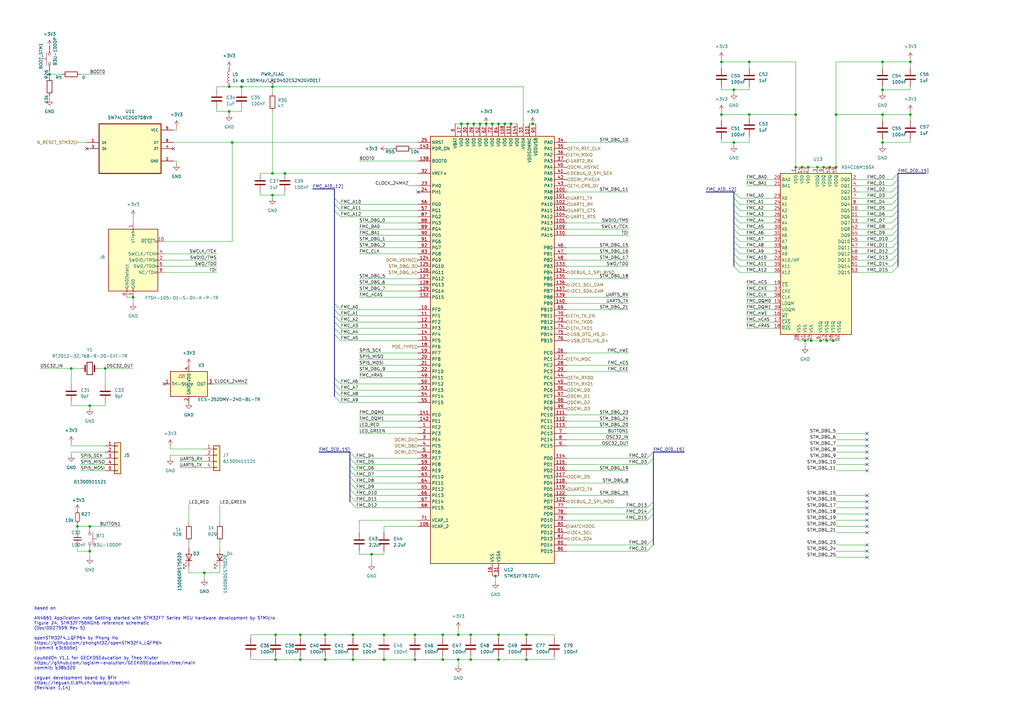
<source format=kicad_sch>
(kicad_sch (version 20231120) (generator "eeschema") (generator_version "8.0")
  (paper "A3")
  (junction (at 83.82 234.95))
  (junction (at 207.01 50.8))
  (junction (at 193.04 270.51))
  (junction (at 331.47 68.58))
  (junction (at 215.9 260.35))
  (junction (at 328.93 68.58))
  (junction (at 29.21 151.13))
  (junction (at 339.09 139.7))
  (junction (at 336.55 139.7))
  (junction (at 361.95 58.42))
  (junction (at 194.31 50.8))
  (junction (at 300.99 36.83))
  (junction (at 196.85 50.8))
  (junction (at 361.95 36.83))
  (junction (at 116.84 71.12))
  (junction (at 144.78 260.35))
  (junction (at 181.61 260.35))
  (junction (at 215.9 270.51))
  (junction (at 187.96 270.51))
  (junction (at 307.34 25.4))
  (junction (at 373.38 46.99))
  (junction (at 300.99 58.42))
  (junction (at 361.95 25.4))
  (junction (at 157.48 260.35))
  (junction (at 93.98 45.72))
  (junction (at 341.63 139.7))
  (junction (at 307.34 46.99))
  (junction (at 111.76 71.12))
  (junction (at 326.39 46.99))
  (junction (at 144.78 270.51))
  (junction (at 342.9 68.58))
  (junction (at 204.47 270.51))
  (junction (at 93.98 35.56))
  (junction (at 123.19 270.51))
  (junction (at 133.35 260.35))
  (junction (at 157.48 270.51))
  (junction (at 111.76 35.56))
  (junction (at 326.39 68.58))
  (junction (at 218.44 50.8))
  (junction (at 133.35 270.51))
  (junction (at 170.18 260.35))
  (junction (at 54.61 121.92))
  (junction (at 36.83 166.37))
  (junction (at 340.36 68.58))
  (junction (at 123.19 260.35))
  (junction (at 36.83 215.9))
  (junction (at 201.93 50.8))
  (junction (at 295.91 46.99))
  (junction (at 193.04 260.35))
  (junction (at 181.61 270.51))
  (junction (at 295.91 25.4))
  (junction (at 204.47 50.8))
  (junction (at 361.95 46.99))
  (junction (at 31.75 215.9))
  (junction (at 342.9 46.99))
  (junction (at 332.74 139.7))
  (junction (at 187.96 260.35))
  (junction (at 170.18 270.51))
  (junction (at 113.03 270.51))
  (junction (at 204.47 260.35))
  (junction (at 330.2 139.7))
  (junction (at 337.82 68.58))
  (junction (at 95.25 58.42))
  (junction (at 99.06 35.56))
  (junction (at 20.32 30.48))
  (junction (at 199.39 50.8))
  (junction (at 189.23 50.8))
  (junction (at 373.38 25.4))
  (junction (at 43.18 151.13))
  (junction (at 36.83 226.06))
  (junction (at 209.55 50.8))
  (junction (at 113.03 260.35))
  (junction (at 152.4 227.33))
  (junction (at 111.76 80.01))
  (junction (at 191.77 50.8))
  (junction (at 203.2 236.22))
  (junction (at 335.28 68.58))
  (no_connect (at 355.6 182.88))
  (no_connect (at 355.6 218.44))
  (no_connect (at 71.12 60.96))
  (no_connect (at 355.6 193.04))
  (no_connect (at 355.6 228.6))
  (no_connect (at 355.6 205.74))
  (no_connect (at 67.31 157.48))
  (no_connect (at 355.6 213.36))
  (no_connect (at 355.6 190.5))
  (no_connect (at 355.6 177.8))
  (no_connect (at 171.45 78.74))
  (no_connect (at 355.6 187.96))
  (no_connect (at 355.6 210.82))
  (no_connect (at 355.6 208.28))
  (no_connect (at 355.6 203.2))
  (no_connect (at 355.6 180.34))
  (no_connect (at 35.56 60.96))
  (no_connect (at 355.6 185.42))
  (no_connect (at 355.6 223.52))
  (no_connect (at 355.6 215.9))
  (no_connect (at 355.6 226.06))
  (bus_entry (at 368.3 71.12) (size -2.54 2.54))
  (bus_entry (at 137.16 81.28) (size 2.54 2.54))
  (bus_entry (at 368.3 99.06) (size -2.54 2.54))
  (bus_entry (at 300.99 91.44) (size 2.54 2.54))
  (bus_entry (at 300.99 101.6) (size 2.54 2.54))
  (bus_entry (at 143.51 185.42) (size 2.54 2.54))
  (bus_entry (at 143.51 200.66) (size 2.54 2.54))
  (bus_entry (at 265.43 226.06) (size 2.54 -2.54))
  (bus_entry (at 137.16 132.08) (size 2.54 2.54))
  (bus_entry (at 137.16 160.02) (size 2.54 2.54))
  (bus_entry (at 137.16 83.82) (size 2.54 2.54))
  (bus_entry (at 300.99 93.98) (size 2.54 2.54))
  (bus_entry (at 137.16 162.56) (size 2.54 2.54))
  (bus_entry (at 368.3 101.6) (size -2.54 2.54))
  (bus_entry (at 143.51 195.58) (size 2.54 2.54))
  (bus_entry (at 300.99 81.28) (size 2.54 2.54))
  (bus_entry (at 300.99 83.82) (size 2.54 2.54))
  (bus_entry (at 368.3 76.2) (size -2.54 2.54))
  (bus_entry (at 137.16 124.46) (size 2.54 2.54))
  (bus_entry (at 265.43 223.52) (size 2.54 -2.54))
  (bus_entry (at 300.99 78.74) (size 2.54 2.54))
  (bus_entry (at 300.99 99.06) (size 2.54 2.54))
  (bus_entry (at 300.99 88.9) (size 2.54 2.54))
  (bus_entry (at 368.3 91.44) (size -2.54 2.54))
  (bus_entry (at 137.16 154.94) (size 2.54 2.54))
  (bus_entry (at 265.43 208.28) (size 2.54 -2.54))
  (bus_entry (at 265.43 213.36) (size 2.54 -2.54))
  (bus_entry (at 265.43 210.82) (size 2.54 -2.54))
  (bus_entry (at 368.3 109.22) (size -2.54 2.54))
  (bus_entry (at 143.51 187.96) (size 2.54 2.54))
  (bus_entry (at 265.43 190.5) (size 2.54 -2.54))
  (bus_entry (at 368.3 93.98) (size -2.54 2.54))
  (bus_entry (at 137.16 137.16) (size 2.54 2.54))
  (bus_entry (at 137.16 127) (size 2.54 2.54))
  (bus_entry (at 143.51 203.2) (size 2.54 2.54))
  (bus_entry (at 368.3 104.14) (size -2.54 2.54))
  (bus_entry (at 368.3 106.68) (size -2.54 2.54))
  (bus_entry (at 368.3 96.52) (size -2.54 2.54))
  (bus_entry (at 137.16 157.48) (size 2.54 2.54))
  (bus_entry (at 143.51 205.74) (size 2.54 2.54))
  (bus_entry (at 143.51 190.5) (size 2.54 2.54))
  (bus_entry (at 368.3 86.36) (size -2.54 2.54))
  (bus_entry (at 368.3 81.28) (size -2.54 2.54))
  (bus_entry (at 137.16 129.54) (size 2.54 2.54))
  (bus_entry (at 368.3 73.66) (size -2.54 2.54))
  (bus_entry (at 300.99 104.14) (size 2.54 2.54))
  (bus_entry (at 265.43 187.96) (size 2.54 -2.54))
  (bus_entry (at 300.99 96.52) (size 2.54 2.54))
  (bus_entry (at 368.3 78.74) (size -2.54 2.54))
  (bus_entry (at 143.51 193.04) (size 2.54 2.54))
  (bus_entry (at 137.16 134.62) (size 2.54 2.54))
  (bus_entry (at 300.99 86.36) (size 2.54 2.54))
  (bus_entry (at 300.99 109.22) (size 2.54 2.54))
  (bus_entry (at 143.51 198.12) (size 2.54 2.54))
  (bus_entry (at 137.16 86.36) (size 2.54 2.54))
  (bus_entry (at 300.99 106.68) (size 2.54 2.54))
  (bus_entry (at 368.3 83.82) (size -2.54 2.54))
  (bus_entry (at 368.3 88.9) (size -2.54 2.54))
  (wire (pts (xy 54.61 121.92) (xy 54.61 124.46)))
  (wire (pts (xy 342.9 177.8) (xy 355.6 177.8)))
  (wire (pts (xy 214.63 35.56) (xy 214.63 50.8)))
  (wire (pts (xy 232.41 93.98) (xy 257.81 93.98)))
  (wire (pts (xy 326.39 46.99) (xy 326.39 68.58)))
  (wire (pts (xy 339.09 139.7) (xy 341.63 139.7)))
  (wire (pts (xy 111.76 71.12) (xy 116.84 71.12)))
  (wire (pts (xy 158.75 60.96) (xy 161.29 60.96)))
  (wire (pts (xy 147.32 147.32) (xy 171.45 147.32)))
  (bus (pts (xy 300.99 83.82) (xy 300.99 86.36)))
  (wire (pts (xy 232.41 104.14) (xy 257.81 104.14)))
  (wire (pts (xy 327.66 139.7) (xy 330.2 139.7)))
  (wire (pts (xy 201.93 50.8) (xy 204.47 50.8)))
  (wire (pts (xy 232.41 170.18) (xy 257.81 170.18)))
  (wire (pts (xy 147.32 91.44) (xy 171.45 91.44)))
  (wire (pts (xy 342.9 213.36) (xy 355.6 213.36)))
  (wire (pts (xy 232.41 223.52) (xy 265.43 223.52)))
  (wire (pts (xy 232.41 193.04) (xy 257.81 193.04)))
  (wire (pts (xy 113.03 260.35) (xy 123.19 260.35)))
  (wire (pts (xy 300.99 58.42) (xy 300.99 59.69)))
  (wire (pts (xy 232.41 187.96) (xy 265.43 187.96)))
  (wire (pts (xy 351.79 76.2) (xy 365.76 76.2)))
  (wire (pts (xy 69.85 184.15) (xy 83.82 184.15)))
  (wire (pts (xy 303.53 106.68) (xy 317.5 106.68)))
  (wire (pts (xy 146.05 187.96) (xy 171.45 187.96)))
  (wire (pts (xy 342.9 25.4) (xy 342.9 46.99)))
  (bus (pts (xy 300.99 101.6) (xy 300.99 104.14)))
  (wire (pts (xy 232.41 124.46) (xy 257.81 124.46)))
  (wire (pts (xy 111.76 35.56) (xy 111.76 38.1)))
  (wire (pts (xy 351.79 91.44) (xy 365.76 91.44)))
  (wire (pts (xy 146.05 205.74) (xy 171.45 205.74)))
  (bus (pts (xy 267.97 220.98) (xy 267.97 210.82)))
  (bus (pts (xy 300.99 81.28) (xy 300.99 83.82)))
  (bus (pts (xy 368.3 88.9) (xy 368.3 91.44)))
  (wire (pts (xy 123.19 270.51) (xy 123.19 269.24)))
  (wire (pts (xy 337.82 68.58) (xy 340.36 68.58)))
  (wire (pts (xy 123.19 270.51) (xy 133.35 270.51)))
  (wire (pts (xy 93.98 45.72) (xy 99.06 45.72)))
  (bus (pts (xy 143.51 203.2) (xy 143.51 200.66)))
  (wire (pts (xy 106.68 71.12) (xy 111.76 71.12)))
  (wire (pts (xy 111.76 80.01) (xy 116.84 80.01)))
  (bus (pts (xy 368.3 78.74) (xy 368.3 81.28)))
  (wire (pts (xy 342.9 180.34) (xy 355.6 180.34)))
  (bus (pts (xy 267.97 187.96) (xy 267.97 205.74)))
  (wire (pts (xy 307.34 46.99) (xy 326.39 46.99)))
  (bus (pts (xy 137.16 154.94) (xy 137.16 157.48)))
  (wire (pts (xy 303.53 109.22) (xy 317.5 109.22)))
  (bus (pts (xy 368.3 86.36) (xy 368.3 88.9)))
  (wire (pts (xy 204.47 260.35) (xy 215.9 260.35)))
  (wire (pts (xy 139.7 165.1) (xy 171.45 165.1)))
  (wire (pts (xy 147.32 170.18) (xy 171.45 170.18)))
  (wire (pts (xy 90.17 234.95) (xy 83.82 234.95)))
  (wire (pts (xy 232.41 172.72) (xy 257.81 172.72)))
  (wire (pts (xy 332.74 139.7) (xy 336.55 139.7)))
  (wire (pts (xy 20.32 40.64) (xy 20.32 39.37)))
  (wire (pts (xy 199.39 50.8) (xy 201.93 50.8)))
  (wire (pts (xy 31.75 226.06) (xy 36.83 226.06)))
  (wire (pts (xy 36.83 215.9) (xy 31.75 215.9)))
  (bus (pts (xy 300.99 96.52) (xy 300.99 99.06)))
  (wire (pts (xy 133.35 260.35) (xy 144.78 260.35)))
  (wire (pts (xy 77.47 207.01) (xy 77.47 214.63)))
  (bus (pts (xy 137.16 86.36) (xy 137.16 124.46)))
  (wire (pts (xy 77.47 222.25) (xy 77.47 224.79)))
  (wire (pts (xy 336.55 139.7) (xy 339.09 139.7)))
  (bus (pts (xy 289.56 78.74) (xy 300.99 78.74)))
  (wire (pts (xy 33.02 193.04) (xy 43.18 193.04)))
  (wire (pts (xy 373.38 27.94) (xy 373.38 25.4)))
  (wire (pts (xy 31.75 223.52) (xy 31.75 226.06)))
  (bus (pts (xy 368.3 76.2) (xy 368.3 78.74)))
  (wire (pts (xy 147.32 213.36) (xy 171.45 213.36)))
  (wire (pts (xy 152.4 227.33) (xy 157.48 227.33)))
  (wire (pts (xy 341.63 139.7) (xy 344.17 139.7)))
  (wire (pts (xy 330.2 139.7) (xy 332.74 139.7)))
  (wire (pts (xy 351.79 99.06) (xy 365.76 99.06)))
  (bus (pts (xy 368.3 101.6) (xy 368.3 104.14)))
  (wire (pts (xy 342.9 203.2) (xy 355.6 203.2)))
  (wire (pts (xy 342.9 228.6) (xy 355.6 228.6)))
  (wire (pts (xy 342.9 190.5) (xy 355.6 190.5)))
  (wire (pts (xy 217.17 50.8) (xy 218.44 50.8)))
  (wire (pts (xy 29.21 165.1) (xy 29.21 166.37)))
  (wire (pts (xy 187.96 257.81) (xy 187.96 260.35)))
  (wire (pts (xy 102.87 260.35) (xy 102.87 261.62)))
  (wire (pts (xy 373.38 24.13) (xy 373.38 25.4)))
  (wire (pts (xy 83.82 234.95) (xy 83.82 237.49)))
  (wire (pts (xy 106.68 80.01) (xy 111.76 80.01)))
  (bus (pts (xy 137.16 83.82) (xy 137.16 86.36)))
  (wire (pts (xy 95.25 58.42) (xy 95.25 99.06)))
  (wire (pts (xy 29.21 166.37) (xy 36.83 166.37)))
  (wire (pts (xy 307.34 25.4) (xy 326.39 25.4)))
  (wire (pts (xy 113.03 270.51) (xy 123.19 270.51)))
  (wire (pts (xy 113.03 260.35) (xy 113.03 261.62)))
  (wire (pts (xy 342.9 223.52) (xy 355.6 223.52)))
  (bus (pts (xy 130.81 185.42) (xy 143.51 185.42)))
  (wire (pts (xy 306.07 119.38) (xy 317.5 119.38)))
  (wire (pts (xy 196.85 50.8) (xy 194.31 50.8)))
  (wire (pts (xy 139.7 160.02) (xy 171.45 160.02)))
  (wire (pts (xy 342.9 185.42) (xy 355.6 185.42)))
  (bus (pts (xy 143.51 187.96) (xy 143.51 185.42)))
  (wire (pts (xy 215.9 269.24) (xy 215.9 270.51)))
  (wire (pts (xy 181.61 260.35) (xy 181.61 261.62)))
  (wire (pts (xy 54.61 88.9) (xy 54.61 91.44)))
  (wire (pts (xy 147.32 116.84) (xy 171.45 116.84)))
  (wire (pts (xy 295.91 36.83) (xy 300.99 36.83)))
  (wire (pts (xy 88.9 45.72) (xy 93.98 45.72)))
  (wire (pts (xy 31.75 218.44) (xy 31.75 215.9)))
  (wire (pts (xy 88.9 44.45) (xy 88.9 45.72)))
  (wire (pts (xy 326.39 25.4) (xy 326.39 46.99)))
  (wire (pts (xy 351.79 83.82) (xy 365.76 83.82)))
  (wire (pts (xy 232.41 96.52) (xy 257.81 96.52)))
  (wire (pts (xy 139.7 127) (xy 171.45 127)))
  (wire (pts (xy 232.41 121.92) (xy 257.81 121.92)))
  (wire (pts (xy 199.39 50.8) (xy 196.85 50.8)))
  (bus (pts (xy 300.99 78.74) (xy 300.99 81.28)))
  (wire (pts (xy 111.76 35.56) (xy 214.63 35.56)))
  (bus (pts (xy 300.99 93.98) (xy 300.99 96.52)))
  (wire (pts (xy 139.7 157.48) (xy 171.45 157.48)))
  (wire (pts (xy 111.76 81.28) (xy 111.76 80.01)))
  (wire (pts (xy 157.48 260.35) (xy 170.18 260.35)))
  (bus (pts (xy 368.3 71.12) (xy 379.73 71.12)))
  (wire (pts (xy 147.32 152.4) (xy 171.45 152.4)))
  (wire (pts (xy 111.76 45.72) (xy 111.76 71.12)))
  (wire (pts (xy 232.41 213.36) (xy 265.43 213.36)))
  (wire (pts (xy 139.7 162.56) (xy 171.45 162.56)))
  (wire (pts (xy 342.9 210.82) (xy 355.6 210.82)))
  (wire (pts (xy 93.98 45.72) (xy 93.98 46.99)))
  (wire (pts (xy 181.61 270.51) (xy 187.96 270.51)))
  (wire (pts (xy 351.79 88.9) (xy 365.76 88.9)))
  (wire (pts (xy 170.18 260.35) (xy 170.18 261.62)))
  (bus (pts (xy 267.97 185.42) (xy 267.97 187.96)))
  (wire (pts (xy 113.03 270.51) (xy 113.03 269.24)))
  (wire (pts (xy 201.93 236.22) (xy 203.2 236.22)))
  (wire (pts (xy 40.64 151.13) (xy 43.18 151.13)))
  (wire (pts (xy 69.85 182.88) (xy 69.85 184.15)))
  (bus (pts (xy 143.51 190.5) (xy 143.51 187.96)))
  (wire (pts (xy 157.48 215.9) (xy 157.48 218.44)))
  (wire (pts (xy 295.91 36.83) (xy 295.91 35.56)))
  (wire (pts (xy 303.53 93.98) (xy 317.5 93.98)))
  (wire (pts (xy 215.9 270.51) (xy 227.33 270.51)))
  (wire (pts (xy 232.41 182.88) (xy 257.81 182.88)))
  (wire (pts (xy 342.9 187.96) (xy 355.6 187.96)))
  (bus (pts (xy 137.16 157.48) (xy 137.16 160.02)))
  (wire (pts (xy 361.95 36.83) (xy 361.95 35.56)))
  (bus (pts (xy 368.3 73.66) (xy 368.3 76.2)))
  (wire (pts (xy 331.47 68.58) (xy 335.28 68.58)))
  (wire (pts (xy 139.7 139.7) (xy 171.45 139.7)))
  (wire (pts (xy 99.06 45.72) (xy 99.06 44.45)))
  (wire (pts (xy 342.9 218.44) (xy 355.6 218.44)))
  (wire (pts (xy 232.41 144.78) (xy 257.81 144.78)))
  (wire (pts (xy 328.93 68.58) (xy 331.47 68.58)))
  (wire (pts (xy 204.47 50.8) (xy 207.01 50.8)))
  (wire (pts (xy 232.41 175.26) (xy 257.81 175.26)))
  (wire (pts (xy 147.32 101.6) (xy 171.45 101.6)))
  (wire (pts (xy 146.05 198.12) (xy 171.45 198.12)))
  (bus (pts (xy 300.99 86.36) (xy 300.99 88.9)))
  (wire (pts (xy 303.53 81.28) (xy 317.5 81.28)))
  (wire (pts (xy 146.05 190.5) (xy 171.45 190.5)))
  (wire (pts (xy 342.9 215.9) (xy 355.6 215.9)))
  (wire (pts (xy 257.81 101.6) (xy 232.41 101.6)))
  (wire (pts (xy 361.95 27.94) (xy 361.95 25.4)))
  (wire (pts (xy 77.47 234.95) (xy 83.82 234.95)))
  (wire (pts (xy 295.91 58.42) (xy 295.91 57.15)))
  (wire (pts (xy 186.69 50.8) (xy 189.23 50.8)))
  (wire (pts (xy 144.78 270.51) (xy 157.48 270.51)))
  (wire (pts (xy 33.02 190.5) (xy 43.18 190.5)))
  (wire (pts (xy 147.32 218.44) (xy 147.32 213.36)))
  (wire (pts (xy 193.04 260.35) (xy 204.47 260.35)))
  (wire (pts (xy 33.02 30.48) (xy 43.18 30.48)))
  (wire (pts (xy 303.53 104.14) (xy 317.5 104.14)))
  (bus (pts (xy 368.3 93.98) (xy 368.3 96.52)))
  (wire (pts (xy 203.2 236.22) (xy 203.2 238.76)))
  (wire (pts (xy 303.53 91.44) (xy 317.5 91.44)))
  (wire (pts (xy 373.38 57.15) (xy 373.38 58.42)))
  (wire (pts (xy 303.53 88.9) (xy 317.5 88.9)))
  (wire (pts (xy 351.79 109.22) (xy 365.76 109.22)))
  (bus (pts (xy 137.16 160.02) (xy 137.16 162.56)))
  (wire (pts (xy 147.32 149.86) (xy 171.45 149.86)))
  (wire (pts (xy 361.95 36.83) (xy 373.38 36.83)))
  (wire (pts (xy 361.95 58.42) (xy 361.95 57.15)))
  (wire (pts (xy 351.79 81.28) (xy 365.76 81.28)))
  (wire (pts (xy 31.75 214.63) (xy 31.75 215.9)))
  (wire (pts (xy 87.63 157.48) (xy 101.6 157.48)))
  (wire (pts (xy 147.32 114.3) (xy 171.45 114.3)))
  (wire (pts (xy 144.78 260.35) (xy 157.48 260.35)))
  (bus (pts (xy 137.16 127) (xy 137.16 129.54)))
  (wire (pts (xy 147.32 119.38) (xy 171.45 119.38)))
  (wire (pts (xy 146.05 208.28) (xy 171.45 208.28)))
  (bus (pts (xy 368.3 96.52) (xy 368.3 99.06)))
  (wire (pts (xy 139.7 134.62) (xy 171.45 134.62)))
  (wire (pts (xy 36.83 215.9) (xy 49.53 215.9)))
  (wire (pts (xy 204.47 260.35) (xy 204.47 261.62)))
  (wire (pts (xy 295.91 45.72) (xy 295.91 46.99)))
  (wire (pts (xy 171.45 144.78) (xy 147.32 144.78)))
  (wire (pts (xy 342.9 208.28) (xy 355.6 208.28)))
  (wire (pts (xy 157.48 269.24) (xy 157.48 270.51)))
  (wire (pts (xy 67.31 109.22) (xy 88.9 109.22)))
  (wire (pts (xy 300.99 58.42) (xy 307.34 58.42)))
  (bus (pts (xy 143.51 195.58) (xy 143.51 193.04)))
  (wire (pts (xy 342.9 46.99) (xy 342.9 68.58)))
  (wire (pts (xy 33.02 187.96) (xy 43.18 187.96)))
  (wire (pts (xy 73.66 189.23) (xy 83.82 189.23)))
  (wire (pts (xy 361.95 49.53) (xy 361.95 46.99)))
  (wire (pts (xy 116.84 71.12) (xy 171.45 71.12)))
  (bus (pts (xy 368.3 104.14) (xy 368.3 106.68)))
  (wire (pts (xy 232.41 109.22) (xy 257.81 109.22)))
  (wire (pts (xy 102.87 260.35) (xy 113.03 260.35)))
  (bus (pts (xy 368.3 81.28) (xy 368.3 83.82)))
  (wire (pts (xy 113.03 270.51) (xy 102.87 270.51)))
  (wire (pts (xy 232.41 91.44) (xy 257.81 91.44)))
  (wire (pts (xy 29.21 151.13) (xy 33.02 151.13)))
  (wire (pts (xy 342.9 46.99) (xy 361.95 46.99)))
  (wire (pts (xy 351.79 86.36) (xy 365.76 86.36)))
  (wire (pts (xy 300.99 36.83) (xy 300.99 38.1)))
  (wire (pts (xy 147.32 172.72) (xy 171.45 172.72)))
  (wire (pts (xy 303.53 111.76) (xy 317.5 111.76)))
  (wire (pts (xy 147.32 66.04) (xy 171.45 66.04)))
  (wire (pts (xy 90.17 234.95) (xy 90.17 232.41)))
  (wire (pts (xy 194.31 50.8) (xy 191.77 50.8)))
  (wire (pts (xy 146.05 200.66) (xy 171.45 200.66)))
  (wire (pts (xy 204.47 270.51) (xy 204.47 269.24)))
  (wire (pts (xy 306.07 116.84) (xy 317.5 116.84)))
  (bus (pts (xy 300.99 88.9) (xy 300.99 91.44)))
  (wire (pts (xy 72.39 67.31) (xy 72.39 66.04)))
  (wire (pts (xy 147.32 96.52) (xy 171.45 96.52)))
  (wire (pts (xy 69.85 187.96) (xy 69.85 186.69)))
  (wire (pts (xy 295.91 46.99) (xy 307.34 46.99)))
  (wire (pts (xy 209.55 50.8) (xy 212.09 50.8)))
  (wire (pts (xy 187.96 270.51) (xy 187.96 273.05)))
  (wire (pts (xy 29.21 185.42) (xy 43.18 185.42)))
  (wire (pts (xy 167.64 76.2) (xy 171.45 76.2)))
  (bus (pts (xy 300.99 104.14) (xy 300.99 106.68)))
  (wire (pts (xy 139.7 137.16) (xy 171.45 137.16)))
  (wire (pts (xy 116.84 78.74) (xy 116.84 80.01)))
  (wire (pts (xy 170.18 270.51) (xy 181.61 270.51)))
  (bus (pts (xy 368.3 71.12) (xy 368.3 73.66)))
  (wire (pts (xy 351.79 73.66) (xy 365.76 73.66)))
  (bus (pts (xy 137.16 77.47) (xy 137.16 81.28)))
  (wire (pts (xy 207.01 50.8) (xy 209.55 50.8)))
  (wire (pts (xy 139.7 129.54) (xy 171.45 129.54)))
  (wire (pts (xy 139.7 86.36) (xy 171.45 86.36)))
  (wire (pts (xy 36.83 226.06) (xy 36.83 228.6)))
  (bus (pts (xy 143.51 205.74) (xy 143.51 203.2)))
  (wire (pts (xy 306.07 134.62) (xy 317.5 134.62)))
  (wire (pts (xy 72.39 52.07) (xy 72.39 53.34)))
  (wire (pts (xy 351.79 104.14) (xy 365.76 104.14)))
  (wire (pts (xy 306.07 129.54) (xy 317.5 129.54)))
  (wire (pts (xy 36.83 166.37) (xy 43.18 166.37)))
  (wire (pts (xy 133.35 269.24) (xy 133.35 270.51)))
  (wire (pts (xy 361.95 58.42) (xy 361.95 59.69)))
  (bus (pts (xy 137.16 81.28) (xy 137.16 83.82)))
  (wire (pts (xy 361.95 36.83) (xy 361.95 38.1)))
  (bus (pts (xy 128.27 77.47) (xy 137.16 77.47)))
  (wire (pts (xy 300.99 36.83) (xy 307.34 36.83)))
  (wire (pts (xy 303.53 101.6) (xy 317.5 101.6)))
  (wire (pts (xy 99.06 35.56) (xy 93.98 35.56)))
  (wire (pts (xy 342.9 25.4) (xy 361.95 25.4)))
  (wire (pts (xy 303.53 83.82) (xy 317.5 83.82)))
  (bus (pts (xy 368.3 106.68) (xy 368.3 109.22)))
  (wire (pts (xy 215.9 260.35) (xy 215.9 261.62)))
  (wire (pts (xy 351.79 78.74) (xy 365.76 78.74)))
  (wire (pts (xy 146.05 195.58) (xy 171.45 195.58)))
  (wire (pts (xy 232.41 149.86) (xy 257.81 149.86)))
  (wire (pts (xy 351.79 96.52) (xy 365.76 96.52)))
  (wire (pts (xy 99.06 36.83) (xy 99.06 35.56)))
  (wire (pts (xy 147.32 227.33) (xy 152.4 227.33)))
  (wire (pts (xy 123.19 261.62) (xy 123.19 260.35)))
  (wire (pts (xy 306.07 127) (xy 317.5 127)))
  (wire (pts (xy 95.25 58.42) (xy 171.45 58.42)))
  (wire (pts (xy 295.91 58.42) (xy 300.99 58.42)))
  (wire (pts (xy 90.17 224.79) (xy 90.17 222.25)))
  (wire (pts (xy 43.18 151.13) (xy 43.18 157.48)))
  (wire (pts (xy 257.81 198.12) (xy 232.41 198.12)))
  (wire (pts (xy 181.61 260.35) (xy 187.96 260.35)))
  (bus (pts (xy 137.16 129.54) (xy 137.16 132.08)))
  (wire (pts (xy 147.32 154.94) (xy 171.45 154.94)))
  (wire (pts (xy 303.53 86.36) (xy 317.5 86.36)))
  (wire (pts (xy 144.78 260.35) (xy 144.78 261.62)))
  (wire (pts (xy 307.34 27.94) (xy 307.34 25.4)))
  (wire (pts (xy 99.06 35.56) (xy 111.76 35.56)))
  (wire (pts (xy 157.48 215.9) (xy 171.45 215.9)))
  (wire (pts (xy 232.41 152.4) (xy 257.81 152.4)))
  (wire (pts (xy 295.91 24.13) (xy 295.91 25.4)))
  (bus (pts (xy 137.16 124.46) (xy 137.16 127)))
  (wire (pts (xy 342.9 226.06) (xy 355.6 226.06)))
  (wire (pts (xy 90.17 207.01) (xy 90.17 214.63)))
  (wire (pts (xy 88.9 35.56) (xy 93.98 35.56)))
  (bus (pts (xy 267.97 185.42) (xy 280.67 185.42)))
  (wire (pts (xy 147.32 121.92) (xy 171.45 121.92)))
  (wire (pts (xy 106.68 78.74) (xy 106.68 80.01)))
  (wire (pts (xy 54.61 151.13) (xy 43.18 151.13)))
  (wire (pts (xy 306.07 132.08) (xy 317.5 132.08)))
  (wire (pts (xy 147.32 175.26) (xy 171.45 175.26)))
  (wire (pts (xy 157.48 260.35) (xy 157.48 261.62)))
  (wire (pts (xy 147.32 226.06) (xy 147.32 227.33)))
  (wire (pts (xy 295.91 27.94) (xy 295.91 25.4)))
  (wire (pts (xy 52.07 121.92) (xy 54.61 121.92)))
  (wire (pts (xy 227.33 269.24) (xy 227.33 270.51)))
  (wire (pts (xy 306.07 121.92) (xy 317.5 121.92)))
  (wire (pts (xy 20.32 29.21) (xy 20.32 30.48)))
  (wire (pts (xy 295.91 49.53) (xy 295.91 46.99)))
  (wire (pts (xy 139.7 83.82) (xy 171.45 83.82)))
  (wire (pts (xy 170.18 269.24) (xy 170.18 270.51)))
  (wire (pts (xy 73.66 191.77) (xy 83.82 191.77)))
  (wire (pts (xy 193.04 270.51) (xy 204.47 270.51)))
  (wire (pts (xy 72.39 53.34) (xy 71.12 53.34)))
  (wire (pts (xy 342.9 182.88) (xy 355.6 182.88)))
  (bus (pts (xy 300.99 106.68) (xy 300.99 109.22)))
  (wire (pts (xy 204.47 270.51) (xy 215.9 270.51)))
  (wire (pts (xy 181.61 269.24) (xy 181.61 270.51)))
  (wire (pts (xy 303.53 99.06) (xy 317.5 99.06)))
  (wire (pts (xy 361.95 46.99) (xy 373.38 46.99)))
  (wire (pts (xy 330.2 139.7) (xy 330.2 142.24)))
  (wire (pts (xy 306.07 76.2) (xy 317.5 76.2)))
  (wire (pts (xy 306.07 73.66) (xy 317.5 73.66)))
  (wire (pts (xy 215.9 260.35) (xy 227.33 260.35)))
  (wire (pts (xy 351.79 101.6) (xy 365.76 101.6)))
  (wire (pts (xy 232.41 203.2) (xy 257.81 203.2)))
  (wire (pts (xy 351.79 93.98) (xy 365.76 93.98)))
  (wire (pts (xy 351.79 111.76) (xy 365.76 111.76)))
  (wire (pts (xy 157.48 270.51) (xy 170.18 270.51)))
  (wire (pts (xy 373.38 25.4) (xy 361.95 25.4)))
  (bus (pts (xy 143.51 200.66) (xy 143.51 198.12)))
  (wire (pts (xy 88.9 35.56) (xy 88.9 36.83)))
  (wire (pts (xy 232.41 177.8) (xy 257.81 177.8)))
  (wire (pts (xy 146.05 193.04) (xy 171.45 193.04)))
  (wire (pts (xy 170.18 260.35) (xy 181.61 260.35)))
  (wire (pts (xy 67.31 99.06) (xy 95.25 99.06)))
  (wire (pts (xy 232.41 114.3) (xy 257.81 114.3)))
  (wire (pts (xy 187.96 270.51) (xy 193.04 270.51)))
  (wire (pts (xy 342.9 205.74) (xy 355.6 205.74)))
  (wire (pts (xy 203.2 236.22) (xy 204.47 236.22)))
  (wire (pts (xy 326.39 68.58) (xy 328.93 68.58)))
  (bus (pts (xy 368.3 91.44) (xy 368.3 93.98)))
  (wire (pts (xy 307.34 35.56) (xy 307.34 36.83)))
  (wire (pts (xy 373.38 35.56) (xy 373.38 36.83)))
  (wire (pts (xy 29.21 151.13) (xy 29.21 157.48)))
  (wire (pts (xy 152.4 227.33) (xy 152.4 231.14)))
  (wire (pts (xy 77.47 234.95) (xy 77.47 232.41)))
  (wire (pts (xy 133.35 261.62) (xy 133.35 260.35)))
  (wire (pts (xy 146.05 203.2) (xy 171.45 203.2)))
  (wire (pts (xy 191.77 50.8) (xy 189.23 50.8)))
  (wire (pts (xy 295.91 25.4) (xy 307.34 25.4)))
  (bus (pts (xy 137.16 137.16) (xy 137.16 154.94)))
  (wire (pts (xy 69.85 186.69) (xy 83.82 186.69)))
  (wire (pts (xy 257.81 58.42) (xy 232.41 58.42)))
  (wire (pts (xy 306.07 124.46) (xy 317.5 124.46)))
  (wire (pts (xy 133.35 270.51) (xy 144.78 270.51)))
  (wire (pts (xy 144.78 269.24) (xy 144.78 270.51)))
  (wire (pts (xy 20.32 30.48) (xy 20.32 31.75)))
  (wire (pts (xy 303.53 96.52) (xy 317.5 96.52)))
  (bus (pts (xy 137.16 134.62) (xy 137.16 137.16)))
  (wire (pts (xy 20.32 30.48) (xy 25.4 30.48)))
  (wire (pts (xy 342.9 193.04) (xy 355.6 193.04)))
  (wire (pts (xy 373.38 49.53) (xy 373.38 46.99)))
  (wire (pts (xy 36.83 166.37) (xy 36.83 167.64)))
  (bus (pts (xy 143.51 193.04) (xy 143.51 190.5)))
  (wire (pts (xy 31.75 58.42) (xy 35.56 58.42)))
  (wire (pts (xy 157.48 226.06) (xy 157.48 227.33)))
  (wire (pts (xy 147.32 93.98) (xy 171.45 93.98)))
  (wire (pts (xy 307.34 55.88) (xy 307.34 58.42)))
  (wire (pts (xy 335.28 68.58) (xy 337.82 68.58)))
  (wire (pts (xy 187.96 260.35) (xy 193.04 260.35)))
  (wire (pts (xy 123.19 260.35) (xy 133.35 260.35)))
  (wire (pts (xy 307.34 48.26) (xy 307.34 46.99)))
  (wire (pts (xy 147.32 177.8) (xy 171.45 177.8)))
  (bus (pts (xy 137.16 132.08) (xy 137.16 134.62)))
  (wire (pts (xy 147.32 99.06) (xy 171.45 99.06)))
  (wire (pts (xy 102.87 270.51) (xy 102.87 269.24)))
  (bus (pts (xy 267.97 210.82) (xy 267.97 208.28)))
  (wire (pts (xy 351.79 106.68) (xy 365.76 106.68)))
  (wire (pts (xy 232.41 190.5) (xy 265.43 190.5)))
  (wire (pts (xy 218.44 50.8) (xy 219.71 50.8)))
  (wire (pts (xy 43.18 165.1) (xy 43.18 166.37)))
  (wire (pts (xy 67.31 106.68) (xy 88.9 106.68)))
  (wire (pts (xy 193.04 260.35) (xy 193.04 261.62)))
  (wire (pts (xy 67.31 111.76) (xy 88.9 111.76)))
  (wire (pts (xy 16.51 151.13) (xy 29.21 151.13)))
  (wire (pts (xy 72.39 66.04) (xy 71.12 66.04)))
  (wire (pts (xy 193.04 269.24) (xy 193.04 270.51)))
  (wire (pts (xy 232.41 127) (xy 257.81 127)))
  (wire (pts (xy 71.12 58.42) (xy 95.25 58.42)))
  (wire (pts (xy 232.41 180.34) (xy 257.81 180.34)))
  (wire (pts (xy 29.21 185.42) (xy 29.21 186.69)))
  (wire (pts (xy 340.36 68.58) (xy 342.9 68.58)))
  (wire (pts (xy 232.41 106.68) (xy 257.81 106.68)))
  (wire (pts (xy 168.91 60.96) (xy 171.45 60.96)))
  (wire (pts (xy 147.32 104.14) (xy 171.45 104.14)))
  (wire (pts (xy 139.7 132.08) (xy 171.45 132.08)))
  (bus (pts (xy 368.3 99.06) (xy 368.3 101.6)))
  (wire (pts (xy 232.41 208.28) (xy 265.43 208.28)))
  (bus (pts (xy 300.99 99.06) (xy 300.99 101.6)))
  (wire (pts (xy 67.31 104.14) (xy 88.9 104.14)))
  (wire (pts (xy 29.21 182.88) (xy 43.18 182.88)))
  (wire (pts (xy 373.38 45.72) (xy 373.38 46.99)))
  (wire (pts (xy 29.21 181.61) (xy 29.21 182.88)))
  (bus (pts (xy 267.97 208.28) (xy 267.97 205.74)))
  (wire (pts (xy 232.41 226.06) (xy 265.43 226.06)))
  (wire (pts (xy 257.81 78.74) (xy 232.41 78.74)))
  (wire (pts (xy 227.33 260.35) (xy 227.33 261.62)))
  (bus (pts (xy 300.99 91.44) (xy 300.99 93.98)))
  (bus (pts (xy 267.97 223.52) (xy 267.97 220.98)))
  (bus (pts (xy 368.3 83.82) (xy 368.3 86.36)))
  (wire (pts (xy 139.7 88.9) (xy 171.45 88.9)))
  (bus (pts (xy 143.51 198.12) (xy 143.51 195.58)))
  (wire (pts (xy 232.41 210.82) (xy 265.43 210.82)))
  (wire (pts (xy 373.38 58.42) (xy 361.95 58.42)))
  (text "based on\n\nAN4661 Application note Getting started with STM32F7 Series MCU hardware development by STMicro\nFigure 24. STM32F756NGH6 reference schematic\n(DocID027559 Rev 5)\n\nopenSTM32F4_LQFP64 by Phong Ho\nhttps://github.com/phonght32/openSTM32F4_LQFP64\n(commit e3c6b5e)\n\ncpuAddOn V1.1 for GECKO5Education by Theo Kluter\nhttps://github.com/logisim-evolution/GECKO5Education/tree/main\ncommit: b38b320\n\nLeguan development board by BFH\nhttps://leguan.ti.bfh.ch/board/pcb.html\n(Revision 1.14)" (at 13.97 265.938 0) (effects (font (size 1.27 1.27) (thickness 0.1588)) (justify left)))
  (label "FMC_D0" (at 355.6 73.66 0))
  (label "STM_DBG_15" (at 342.9 203.2 180))
  (label "FMC_A7" (at 306.07 99.06 0))
  (label "FMC_DQM1" (at 306.07 127 0))
  (label "FMC_A4" (at 306.07 91.44 0))
  (label "FMC_A10" (at 306.07 106.68 0))
  (label "FMC_A10" (at 139.7 83.82 0))
  (label "STM_DBG_7" (at 342.9 182.88 180))
  (label "SWCLK{slash}TCK" (at 257.81 93.98 180))
  (label "STM_DBG_8" (at 257.81 198.12 180))
  (label "FMC_DQM1" (at 147.32 172.72 0))
  (label "STM_DBG_17" (at 257.81 106.68 180))
  (label "FMC_CKE" (at 257.81 152.4 180))
  (label "UART5_RX" (at 257.81 121.92 180))
  (label "STM_DBG_6" (at 342.9 180.34 180))
  (label "FMC_A7" (at 139.7 160.02 0))
  (label "STM_DBG_10" (at 342.9 190.5 180))
  (label "LED_GREEN" (at 147.32 177.8 0))
  (label "STM_DBG_24" (at 257.81 172.72 180))
  (label "FMC_D6" (at 355.6 88.9 0))
  (label "TDI" (at 88.9 111.76 180))
  (label "STM_DBG_5" (at 147.32 114.3 0))
  (label "FMC_D7" (at 355.6 91.44 0))
  (label "SPI5_MISO" (at 33.02 190.5 0))
  (label "LED_RED" (at 77.47 207.01 0))
  (label "FMC_D8" (at 146.05 198.12 0))
  (label "STM_DBG_16" (at 257.81 104.14 180))
  (label "STM_DBG_20" (at 257.81 175.26 180))
  (label "STM_DBG_23" (at 342.9 223.52 180))
  (label "STM_DBG_21" (at 342.9 218.44 180))
  (label "FMC_D6" (at 146.05 193.04 0))
  (label "FMC_A[0..12]" (at 289.56 78.74 0))
  (label "STM_DBG_11" (at 342.9 193.04 180))
  (label "FMC_D[0..15]" (at 280.67 185.42 180))
  (label "FMC_D7" (at 146.05 195.58 0))
  (label "STM_DBG_25" (at 257.81 203.2 180))
  (label "FMC_A11" (at 139.7 86.36 0))
  (label "FMC_CKE" (at 306.07 119.38 0))
  (label "FMC_D1" (at 355.6 76.2 0))
  (label "STM_DBG_5" (at 342.9 177.8 180))
  (label "STM_DBG_20" (at 342.9 215.9 180))
  (label "FMC_D15" (at 265.43 213.36 180))
  (label "STM_DBG_24" (at 342.9 226.06 180))
  (label "STM_DBG_11" (at 257.81 78.74 180))
  (label "FMC_nCAS" (at 147.32 121.92 0))
  (label "FMC_A3" (at 306.07 88.9 0))
  (label "TDI" (at 257.81 96.52 180))
  (label "FMC_D13" (at 265.43 208.28 180))
  (label "FMC_D8" (at 355.6 93.98 0))
  (label "STM_DBG_7" (at 147.32 119.38 0))
  (label "FMC_BA0" (at 306.07 73.66 0))
  (label "FMC_A9" (at 306.07 104.14 0))
  (label "FMC_D5" (at 355.6 86.36 0))
  (label "FMC_D10" (at 146.05 203.2 0))
  (label "FMC_nWE" (at 306.07 129.54 0))
  (label "UART5_RX" (at 73.66 189.23 0))
  (label "FMC_nCS" (at 306.07 116.84 0))
  (label "STM_DBG_8" (at 342.9 185.42 180))
  (label "FMC_D1" (at 265.43 226.06 180))
  (label "FMC_BA1" (at 147.32 96.52 0))
  (label "SPI5_SCK" (at 33.02 187.96 0))
  (label "STM_DBG_17" (at 342.9 208.28 180))
  (label "FMC_A1" (at 139.7 129.54 0))
  (label "FMC_D11" (at 146.05 205.74 0))
  (label "BUTTON1" (at 49.53 215.9 180))
  (label "FMC_D14" (at 265.43 210.82 180))
  (label "FMC_D9" (at 146.05 200.66 0))
  (label "CLOCK_24MHZ" (at 101.6 157.48 180))
  (label "STM_DBG_19" (at 342.9 213.36 180))
  (label "STM_DBG_6" (at 147.32 116.84 0))
  (label "FMC_nRAS" (at 147.32 154.94 0))
  (label "UART5_TX" (at 73.66 191.77 0))
  (label "OSC32_IN" (at 16.51 151.13 0))
  (label "FMC_DQM0" (at 306.07 124.46 0))
  (label "FMC_A6" (at 139.7 157.48 0))
  (label "SWO{slash}TDO" (at 257.81 109.22 180))
  (label "FMC_D10" (at 355.6 99.06 0))
  (label "FMC_D12" (at 146.05 208.28 0))
  (label "OSC32_OUT" (at 257.81 182.88 180))
  (label "BOOT0" (at 147.32 66.04 0))
  (label "FMC_D15" (at 355.6 111.76 0))
  (label "SWO{slash}TDO" (at 88.9 109.22 180))
  (label "FMC_D2" (at 265.43 187.96 180))
  (label "FMC_D[0..15]" (at 368.3 71.12 0))
  (label "STM_DBG_1" (at 147.32 99.06 0))
  (label "FMC_A8" (at 139.7 162.56 0))
  (label "FMC_A12" (at 306.07 111.76 0))
  (label "FMC_BA1" (at 306.07 76.2 0))
  (label "STM_DBG_19" (at 257.81 193.04 180))
  (label "FMC_D3" (at 265.43 190.5 180))
  (label "STM_DBG_18" (at 342.9 210.82 180))
  (label "FMC_A12" (at 139.7 88.9 0))
  (label "FMC_A1" (at 306.07 83.82 0))
  (label "STM_DBG_18" (at 257.81 114.3 180))
  (label "STM_DBG_9" (at 342.9 187.96 180))
  (label "FMC_D4" (at 355.6 83.82 0))
  (label "FMC_A2" (at 306.07 86.36 0))
  (label "FMC_A8" (at 306.07 101.6 0))
  (label "CLOCK_24MHZ" (at 167.64 76.2 180))
  (label "FMC_A5" (at 306.07 93.98 0))
  (label "FMC_nCAS" (at 306.07 132.08 0))
  (label "FMC_A[0..12]" (at 128.27 77.47 0))
  (label "LED_RED" (at 147.32 175.26 0))
  (label "FMC_A0" (at 306.07 81.28 0))
  (label "FMC_D9" (at 355.6 96.52 0))
  (label "STM_DBG_10" (at 257.81 58.42 180))
  (label "FMC_A4" (at 139.7 137.16 0))
  (label "FMC_A11" (at 306.07 109.22 0))
  (label "FMC_DQM0" (at 147.32 170.18 0))
  (label "STM_DBG_2" (at 147.32 101.6 0))
  (label "FMC_CLK" (at 306.07 121.92 0))
  (label "SWCLK{slash}TCK" (at 88.9 104.14 180))
  (label "SPI5_MOSI" (at 147.32 149.86 0))
  (label "FMC_D5" (at 146.05 190.5 0))
  (label "SPI5_MOSI" (at 33.02 193.04 0))
  (label "SPI5_MISO" (at 147.32 147.32 0))
  (label "FMC_D4" (at 146.05 187.96 0))
  (label "STM_DBG_25" (at 342.9 228.6 180))
  (label "SPI5_SCK" (at 147.32 144.78 0))
  (label "FMC_nWE" (at 257.81 144.78 180))
  (label "FMC_D14" (at 355.6 109.22 0))
  (label "FMC_D13" (at 355.6 106.68 0))
  (label "FMC_CLK" (at 147.32 104.14 0))
  (label "STM_DBG_0" (at 147.32 91.44 0))
  (label "FMC_D[0..15]" (at 130.81 185.42 0))
  (label "STM_DBG_9" (at 147.32 152.4 0))
  (label "FMC_D0" (at 265.43 223.52 180))
  (label "STM_DBG_15" (at 257.81 101.6 180))
  (label "FMC_A3" (at 139.7 134.62 0))
  (label "FMC_BA0" (at 147.32 93.98 0))
  (label "BUTTON1" (at 257.81 177.8 180))
  (label "OSC32_IN" (at 257.81 180.34 180))
  (label "FMC_A6" (at 306.07 96.52 0))
  (label "STM_DBG_21" (at 257.81 127 180))
  (label "BOOT0" (at 43.18 30.48 180))
  (label "SWDIO{slash}TMS" (at 88.9 106.68 180))
  (label "FMC_D3" (at 355.6 81.28 0))
  (label "FMC_A9" (at 139.7 165.1 0))
  (label "FMC_nRAS" (at 306.07 134.62 0))
  (label "FMC_D2" (at 355.6 78.74 0))
  (label "FMC_D11" (at 355.6 101.6 0))
  (label "LED_GREEN" (at 90.17 207.01 0))
  (label "FMC_A5" (at 139.7 139.7 0))
  (label "STM_DBG_23" (at 257.81 170.18 180))
  (label "FMC_A2" (at 139.7 132.08 0))
  (label "OSC32_OUT" (at 54.61 151.13 180))
  (label "UART5_TX" (at 257.81 124.46 180))
  (label "SWDIO{slash}TMS" (at 257.81 91.44 180))
  (label "FMC_A0" (at 139.7 127 0))
  (label "FMC_nCS" (at 257.81 149.86 180))
  (label "STM_DBG_16" (at 342.9 205.74 180))
  (label "FMC_D12" (at 355.6 104.14 0))
  (hierarchical_label "DCMI_D7" (shape input) (at 171.45 185.42 180))
  (hierarchical_label "WATCHDOG" (shape output) (at 232.41 215.9 0))
  (hierarchical_label "UART1_RX" (shape input) (at 232.41 83.82 0))
  (hierarchical_label "UART1_RTS" (shape output) (at 232.41 88.9 0))
  (hierarchical_label "ETH_TX_EN" (shape output) (at 232.41 129.54 0))
  (hierarchical_label "DCMI_VSYNC" (shape input) (at 171.45 106.68 180))
  (hierarchical_label "USB_OTG_HS_D+" (shape bidirectional) (at 232.41 139.7 0))
  (hierarchical_label "DCMI_D5" (shape input) (at 232.41 195.58 0))
  (hierarchical_label "I2C1_SCL_CAM" (shape bidirectional) (at 232.41 116.84 0))
  (hierarchical_label "N_RESET_STM32" (shape input) (at 31.75 58.42 180))
  (hierarchical_label "DCMI_D1" (shape input) (at 232.41 162.56 0))
  (hierarchical_label "ETH_MDIO" (shape output) (at 232.41 63.5 0))
  (hierarchical_label "USB_OTG_HS_D-" (shape bidirectional) (at 232.41 137.16 0))
  (hierarchical_label "ETH_TXD0" (shape output) (at 232.41 132.08 0))
  (hierarchical_label "ETH_MDC" (shape output) (at 232.41 147.32 0))
  (hierarchical_label "DEBUG_0_SPI_SCK" (shape bidirectional) (at 232.41 71.12 0))
  (hierarchical_label "UART1_TX" (shape output) (at 232.41 81.28 0))
  (hierarchical_label "STM_DBG_3" (shape input) (at 171.45 109.22 180))
  (hierarchical_label "UART2_RX" (shape output) (at 232.41 66.04 0))
  (hierarchical_label "POE_TYPE" (shape input) (at 171.45 142.24 180))
  (hierarchical_label "DCMI_D4" (shape input) (at 171.45 180.34 180))
  (hierarchical_label "ETH_CRS_DV" (shape input) (at 232.41 76.2 0))
  (hierarchical_label "UART2_TX" (shape input) (at 232.41 200.66 0))
  (hierarchical_label "DCMI_D6" (shape input) (at 171.45 182.88 180))
  (hierarchical_label "ETH_REF_CLK" (shape input) (at 232.41 60.96 0))
  (hierarchical_label "DCMI_D0" (shape input) (at 232.41 160.02 0))
  (hierarchical_label "ETH_TXD1" (shape output) (at 232.41 134.62 0))
  (hierarchical_label "STM_DBG_4" (shape input) (at 171.45 111.76 180))
  (hierarchical_label "I2C1_SDA_CAM" (shape bidirectional) (at 232.41 119.38 0))
  (hierarchical_label "DCMI_D2" (shape input) (at 232.41 165.1 0))
  (hierarchical_label "DCMI_D3" (shape input) (at 232.41 167.64 0))
  (hierarchical_label "DCMI_PIXCLK" (shape input) (at 232.41 73.66 0))
  (hierarchical_label "DEBUG_1_SPI_MISO" (shape bidirectional) (at 232.41 111.76 0))
  (hierarchical_label "DEBUG_2_SPI_MOSI" (shape bidirectional) (at 232.41 205.74 0))
  (hierarchical_label "DCMI_HSYNC" (shape input) (at 232.41 68.58 0))
  (hierarchical_label "I2C4_SCL" (shape bidirectional) (at 232.41 218.44 0))
  (hierarchical_label "UART1_CTS" (shape input) (at 232.41 86.36 0))
  (hierarchical_label "ETH_RXD1" (shape input) (at 232.41 157.48 0))
  (hierarchical_label "ETH_RXD0" (shape input) (at 232.41 154.94 0))
  (hierarchical_label "I2C4_SDA" (shape bidirectional) (at 232.41 220.98 0))
  (symbol (lib_id "visionAddOn:SN74LVC2G07DBVR") (at 53.34 60.96 0) (unit 1)
    (property "Reference" "U11" (at 53.34 45.72 0))
    (property "Value" "SN74LVC2G07DBVR" (at 53.34 48.26 0))
    (property "Footprint" "visionAddOn:SOT95P280X145-6N" (effects (hide yes)))
    (property "Datasheet" "https://www.ti.com/lit/ds/symlink/sn74lvc2g07.pdf" (effects (hide yes)))
    (property "Package" "SOT-23-6 Texas Instruments" (effects (hide yes)))
    (property "DigiKey-Partnumber" "296-13494-2-ND" (effects (hide yes)))
  )
  (symbol (lib_id "Device:C") (at 373.38 31.75 0) (unit 1)
    (property "Reference" "C56" (at 377.19 30.4799 0) (effects (justify left)))
    (property "Value" "1uF" (at 377.19 33.0199 0) (effects (justify left)))
    (property "Footprint" "Capacitor_SMD:C_0402_1005Metric" (effects (hide yes)))
    (property "DigiKey-Partnumber" "490-10024-2-ND" (effects (hide yes)))
    (property "CUBUS" "1U CAPC1005X50" (effects (hide yes)))
  )
  (symbol (lib_id "Device:R") (at 165.1 60.96 270) (unit 1)
    (property "Reference" "R55" (at 160.02 62.23 90))
    (property "Value" "10k" (at 170.18 62.23 90))
    (property "Footprint" "Resistor_SMD:R_0402_1005Metric" (effects (hide yes)))
    (property "DigiKey-Partnumber" "311-10KJRTR-ND" (effects (hide yes)))
    (property "CUBUS" "10K RESC1005X35" (effects (hide yes)))
  )
  (symbol (lib_id "Device:L") (at 93.98 31.75 180) (unit 1)
    (property "Reference" "L5" (at 95.25 30.4799 0) (effects (justify right)))
    (property "Value" "1k @ 100MHz/LRC0402CS2N2GV001T" (at 95.25 33.0199 0) (effects (justify right)))
    (property "Footprint" "Inductor_SMD:L_0402_1005Metric" (effects (hide yes)))
    (property "DigiKey-Partnumber" "712-LRC0402CS2N2GV001TTR-ND" (effects (hide yes)))
  )
  (symbol (lib_id "power:+3V3") (at 218.44 50.8 0) (unit 1)
    (property "Reference" "#PWR0110" (effects (hide yes)))
    (property "Value" "+3V3" (at 218.44 45.72 0))
    (property "Description" "Power symbol creates a global label with name \"+3V3\"" (effects (hide yes)))
  )
  (symbol (lib_id "Device:C") (at 170.18 265.43 0) (unit 1)
    (property "Reference" "C46" (at 173.99 264.795 0) (effects (justify left)))
    (property "Value" "100nF" (at 173.99 267.335 0) (effects (justify left)))
    (property "Footprint" "Capacitor_SMD:C_0402_1005Metric" (effects (hide yes)))
    (property "DigiKey-Partnumber" "490-6328-2-ND" (effects (hide yes)))
    (property "CUBUS" "100N CAPC1005X50" (effects (hide yes)))
  )
  (symbol (lib_id "Device:C") (at 215.9 265.43 0) (unit 1)
    (property "Reference" "C77" (at 219.71 264.795 0) (effects (justify left)))
    (property "Value" "100nF" (at 219.71 267.335 0) (effects (justify left)))
    (property "Footprint" "Capacitor_SMD:C_0402_1005Metric" (effects (hide yes)))
    (property "DigiKey-Partnumber" "490-6328-2-ND" (effects (hide yes)))
    (property "CUBUS" "100N CAPC1005X50" (effects (hide yes)))
  )
  (symbol (lib_name "GND_1") (lib_id "power:GND") (at 93.98 46.99 0) (unit 1)
    (property "Reference" "#PWR0102" (effects (hide yes)))
    (property "Value" "GND" (at 93.98 52.07 0))
    (property "Description" "Power symbol creates a global label with name \"GND\" , ground" (effects (hide yes)))
  )
  (symbol (lib_id "Device:C") (at 307.34 31.75 0) (unit 1)
    (property "Reference" "C52" (at 311.15 30.4799 0) (effects (justify left)))
    (property "Value" "1uF" (at 311.15 33.0199 0) (effects (justify left)))
    (property "Footprint" "Capacitor_SMD:C_0402_1005Metric" (effects (hide yes)))
    (property "DigiKey-Partnumber" "490-10024-2-ND" (effects (hide yes)))
    (property "CUBUS" "1U CAPC1005X50" (effects (hide yes)))
  )
  (symbol (lib_id "Device:R") (at 20.32 35.56 180) (unit 1)
    (property "Reference" "R26" (at 19.05 30.48 90))
    (property "Value" "10k" (at 19.05 40.64 90))
    (property "Footprint" "Resistor_SMD:R_0402_1005Metric" (effects (hide yes)))
    (property "DigiKey-Partnumber" "311-10KJRTR-ND" (effects (hide yes)))
    (property "CUBUS" "10K RESC1005X35" (effects (hide yes)))
  )
  (symbol (lib_id "Device:Crystal") (at 36.83 151.13 180) (unit 1)
    (property "Reference" "Y1" (at 36.83 143.51 0))
    (property "Value" "RT2012-32.768-9-20-EXT-TR" (at 36.83 146.05 0))
    (property "Footprint" "Crystal:Crystal_SMD_2012-2Pin_2.0x1.2mm" (effects (hide yes)))
    (property "Datasheet" "https://www.raltron.com/webproducts/specs/CRYSTAL/CKP/RT2012-32.768-9-20-EXT-TR.pdf" (effects (hide yes)))
    (property "DigiKey-Partnumber" "2151-RT2012-32.768-9-20-EXT-TR-ND" (effects (hide yes)))
  )
  (symbol (lib_id "Device:C") (at 116.84 74.93 0) (unit 1)
    (property "Reference" "C39" (at 120.65 74.295 0) (effects (justify left)))
    (property "Value" "100nF" (at 120.65 76.835 0) (effects (justify left)))
    (property "Footprint" "Capacitor_SMD:C_0402_1005Metric" (effects (hide yes)))
    (property "DigiKey-Partnumber" "490-6328-2-ND" (effects (hide yes)))
    (property "CUBUS" "100N CAPC1005X50" (effects (hide yes)))
  )
  (symbol (lib_id "Device:C") (at 133.35 265.43 0) (unit 1)
    (property "Reference" "C41" (at 137.16 264.795 0) (effects (justify left)))
    (property "Value" "100nF" (at 137.16 267.335 0) (effects (justify left)))
    (property "Footprint" "Capacitor_SMD:C_0402_1005Metric" (effects (hide yes)))
    (property "DigiKey-Partnumber" "490-6328-2-ND" (effects (hide yes)))
    (property "CUBUS" "100N CAPC1005X50" (effects (hide yes)))
  )
  (symbol (lib_name "GND_1") (lib_id "power:GND") (at 203.2 238.76 0) (unit 1)
    (property "Reference" "#PWR0109" (effects (hide yes)))
    (property "Value" "GND" (at 203.2 243.84 0))
    (property "Description" "Power symbol creates a global label with name \"GND\" , ground" (effects (hide yes)))
  )
  (symbol (lib_name "GND_1") (lib_id "power:GND") (at 187.96 273.05 0) (unit 1)
    (property "Reference" "#PWR0107" (effects (hide yes)))
    (property "Value" "GND" (at 187.96 278.13 0))
    (property "Description" "Power symbol creates a global label with name \"GND\" , ground" (effects (hide yes)))
  )
  (symbol (lib_id "Device:C") (at 102.87 265.43 0) (unit 1)
    (property "Reference" "C36" (at 106.68 264.795 0) (effects (justify left)))
    (property "Value" "100nF" (at 106.68 267.335 0) (effects (justify left)))
    (property "Footprint" "Capacitor_SMD:C_0402_1005Metric" (effects (hide yes)))
    (property "DigiKey-Partnumber" "490-6328-2-ND" (effects (hide yes)))
    (property "CUBUS" "100N CAPC1005X50" (effects (hide yes)))
  )
  (symbol (lib_id "Device:C") (at 373.38 53.34 0) (unit 1)
    (property "Reference" "C57" (at 377.19 52.0699 0) (effects (justify left)))
    (property "Value" "1uF" (at 377.19 54.6099 0) (effects (justify left)))
    (property "Footprint" "Capacitor_SMD:C_0402_1005Metric" (effects (hide yes)))
    (property "DigiKey-Partnumber" "490-10024-2-ND" (effects (hide yes)))
    (property "CUBUS" "1U CAPC1005X50" (effects (hide yes)))
  )
  (symbol (lib_id "Device:C") (at 295.91 31.75 0) (unit 1)
    (property "Reference" "C50" (at 299.72 31.115 0) (effects (justify left)))
    (property "Value" "100nF" (at 299.72 33.655 0) (effects (justify left)))
    (property "Footprint" "Capacitor_SMD:C_0402_1005Metric" (effects (hide yes)))
    (property "DigiKey-Partnumber" "490-6328-2-ND" (effects (hide yes)))
    (property "CUBUS" "100N CAPC1005X50" (effects (hide yes)))
  )
  (symbol (lib_id "power:+3V3") (at 72.39 52.07 0) (unit 1)
    (property "Reference" "#PWR096" (effects (hide yes)))
    (property "Value" "+3V3" (at 72.39 46.99 0))
    (property "Description" "Power symbol creates a global label with name \"+3V3\"" (effects (hide yes)))
  )
  (symbol (lib_id "power:+3V3") (at 20.32 19.05 0) (unit 1)
    (property "Reference" "#PWR085" (effects (hide yes)))
    (property "Value" "+3V3" (at 20.32 13.97 0))
    (property "Description" "Power symbol creates a global label with name \"+3V3\"" (effects (hide yes)))
  )
  (symbol (lib_id "power:+3V3") (at 295.91 24.13 0) (unit 1)
    (property "Reference" "#PWR0111" (effects (hide yes)))
    (property "Value" "+3V3" (at 295.91 19.05 0))
    (property "Description" "Power symbol creates a global label with name \"+3V3\"" (effects (hide yes)))
  )
  (symbol (lib_id "Device:C") (at 181.61 265.43 0) (unit 1)
    (property "Reference" "C47" (at 185.42 264.795 0) (effects (justify left)))
    (property "Value" "100nF" (at 185.42 267.335 0) (effects (justify left)))
    (property "Footprint" "Capacitor_SMD:C_0402_1005Metric" (effects (hide yes)))
    (property "DigiKey-Partnumber" "490-6328-2-ND" (effects (hide yes)))
    (property "CUBUS" "100N CAPC1005X50" (effects (hide yes)))
  )
  (symbol (lib_name "GND_1") (lib_id "power:GND") (at 72.39 67.31 0) (unit 1)
    (property "Reference" "#PWR097" (effects (hide yes)))
    (property "Value" "GND" (at 72.39 72.39 0))
    (property "Description" "Power symbol creates a global label with name \"GND\" , ground" (effects (hide yes)))
  )
  (symbol (lib_id "power:PWR_FLAG") (at 111.76 35.56 0) (unit 1)
    (property "Reference" "#FLG04" (effects (hide yes)))
    (property "Value" "PWR_FLAG" (at 111.76 30.48 0))
    (property "Description" "Special symbol for telling ERC where power comes from" (effects (hide yes)))
  )
  (symbol (lib_id "Device:R_Small") (at 31.75 212.09 0) (unit 1)
    (property "Reference" "R27" (at 33.2486 210.9216 0) (effects (justify left)))
    (property "Value" "10k" (at 26.67 213.36 0) (effects (justify left)))
    (property "Footprint" "Resistor_SMD:R_0402_1005Metric" (effects (hide yes)))
    (property "DigiKey-Partnumber" "311-10KJRTR-ND" (effects (hide yes)))
    (property "CUBUS" "10K RESC1005X35" (effects (hide yes)))
  )
  (symbol (lib_id "Switch:SW_Push") (at 20.32 24.13 90) (unit 1)
    (property "Reference" "BOOT_STM1" (at 16.764 28.448 0) (effects (justify left)))
    (property "Value" "B3U-1000P" (at 22.606 26.924 0) (effects (justify left)))
    (property "Footprint" "visionAddOn:SW_B3U-1000P_OMR" (effects (hide yes)))
    (property "Description" "https://omronfs.omron.com/en_US/ecb/products/pdf/en-b3u.pdf" (effects (hide yes)))
    (property "DigiKey-Partnumber" "SW1020TR-ND" (effects (hide yes)))
  )
  (symbol (lib_id "Device:C") (at 43.18 161.29 0) (unit 1)
    (property "Reference" "C33" (at 46.99 160.02 0) (effects (justify left)))
    (property "Value" "9pF" (at 46.99 162.56 0) (effects (justify left)))
    (property "Footprint" "Capacitor_SMD:C_0402_1005Metric" (effects (hide yes)))
    (property "DigiKey-Partnumber" "490-8232-2-ND" (effects (hide yes)))
  )
  (symbol (lib_id "MCU_ST_STM32F7:STM32F767ZITx") (at 201.93 144.78 0) (unit 1)
    (property "Reference" "U12" (at 206.6641 233.68 0) (effects (justify left)))
    (property "Value" "STM32F767ZITx" (at 206.6641 236.22 0) (effects (justify left)))
    (property "Footprint" "Package_QFP:LQFP-144_20x20mm_P0.5mm" (effects (hide yes)))
    (property "Datasheet" "https://www.st.com/resource/en/datasheet/stm32f767zi.pdf" (effects (hide yes)))
    (property "Description" "STMicroelectronics Arm Cortex-M7 MCU, 2048KB flash, 512KB RAM, 216 MHz, 1.7-3.6V, 114 GPIO, LQFP144" (effects (hide yes)))
    (property "DigiKey-Partnumber" "497-16521-ND" (effects (hide yes)))
  )
  (symbol (lib_id "power:+3V3") (at 29.21 181.61 0) (unit 1)
    (property "Reference" "#PWR087" (effects (hide yes)))
    (property "Value" "+3V3" (at 29.21 176.53 0))
    (property "Description" "Power symbol creates a global label with name \"+3V3\"" (effects (hide yes)))
  )
  (symbol (lib_id "Device:C") (at 99.06 40.64 0) (unit 1)
    (property "Reference" "C35" (at 102.87 40.005 0) (effects (justify left)))
    (property "Value" "100nF" (at 102.87 42.545 0) (effects (justify left)))
    (property "Footprint" "Capacitor_SMD:C_0402_1005Metric" (effects (hide yes)))
    (property "DigiKey-Partnumber" "490-6328-2-ND" (effects (hide yes)))
    (property "CUBUS" "100N CAPC1005X50" (effects (hide yes)))
  )
  (symbol (lib_id "Device:R") (at 29.21 30.48 270) (unit 1)
    (property "Reference" "R5" (at 24.13 31.75 90))
    (property "Value" "0" (at 34.29 31.75 90))
    (property "Footprint" "Resistor_SMD:R_0402_1005Metric" (effects (hide yes)))
    (property "DigiKey-Partnumber" "311-0.0JRTR-ND" (effects (hide yes)))
    (property "CUBUS" "0 RESC1005X35" (effects (hide yes)))
  )
  (symbol (lib_name "GND_1") (lib_id "power:GND") (at 361.95 59.69 0) (unit 1)
    (property "Reference" "#PWR0119" (effects (hide yes)))
    (property "Value" "GND" (at 361.95 64.77 0))
    (property "Description" "Power symbol creates a global label with name \"GND\" , ground" (effects (hide yes)))
  )
  (symbol (lib_id "Connector_Generic:Conn_01x04") (at 88.9 186.69 0) (unit 1)
    (property "Reference" "J7" (at 91.44 186.6899 0) (effects (justify left)))
    (property "Value" "61300411121" (at 91.44 189.2299 0) (effects (justify left)))
    (property "Footprint" "Connector_PinHeader_2.54mm:PinHeader_1x04_P2.54mm_Vertical" (effects (hide yes)))
    (property "Description" "Generic connector, single row, 01x04, script generated (kicad-library-utils/schlib/autogen/connector/)" (effects (hide yes)))
    (property "DigiKey-Partnumber" "732-5317-ND" (effects (hide yes)))
  )
  (symbol (lib_id "Device:C") (at 361.95 31.75 0) (unit 1)
    (property "Reference" "C54" (at 365.76 31.115 0) (effects (justify left)))
    (property "Value" "100nF" (at 365.76 33.655 0) (effects (justify left)))
    (property "Footprint" "Capacitor_SMD:C_0402_1005Metric" (effects (hide yes)))
    (property "DigiKey-Partnumber" "490-6328-2-ND" (effects (hide yes)))
    (property "CUBUS" "100N CAPC1005X50" (effects (hide yes)))
  )
  (symbol (lib_name "GND_1") (lib_id "power:GND") (at 83.82 237.49 0) (unit 1)
    (property "Reference" "#PWR0100" (effects (hide yes)))
    (property "Value" "GND" (at 83.82 242.57 0))
    (property "Description" "Power symbol creates a global label with name \"GND\" , ground" (effects (hide yes)))
  )
  (symbol (lib_id "Connector_Generic:Conn_01x05") (at 48.26 187.96 0) (unit 1)
    (property "Reference" "J5" (at 50.8 186.6899 0) (effects (justify left)))
    (property "Value" "61300511121" (at 30.226 197.612 0) (effects (justify left)))
    (property "Footprint" "Connector_PinHeader_2.54mm:PinHeader_1x05_P2.54mm_Vertical" (effects (hide yes)))
    (property "Description" "Generic connector, single row, 01x05, script generated (kicad-library-utils/schlib/autogen/connector/)" (effects (hide yes)))
    (property "DigiKey-Partnumber" "732-5318-ND" (effects (hide yes)))
  )
  (symbol (lib_id "Device:C") (at 113.03 265.43 0) (unit 1)
    (property "Reference" "C38" (at 116.84 264.795 0) (effects (justify left)))
    (property "Value" "100nF" (at 116.84 267.335 0) (effects (justify left)))
    (property "Footprint" "Capacitor_SMD:C_0402_1005Metric" (effects (hide yes)))
    (property "DigiKey-Partnumber" "490-6328-2-ND" (effects (hide yes)))
    (property "CUBUS" "100N CAPC1005X50" (effects (hide yes)))
  )
  (symbol (lib_id "power:+3V3") (at 69.85 182.88 0) (unit 1)
    (property "Reference" "#PWR094" (effects (hide yes)))
    (property "Value" "+3V3" (at 69.85 177.8 0))
    (property "Description" "Power symbol creates a global label with name \"+3V3\"" (effects (hide yes)))
  )
  (symbol (lib_id "Device:LED") (at 77.47 228.6 270) (mirror x) (unit 1)
    (property "Reference" "D3" (at 80.518 227.076 90))
    (property "Value" "150060RS75020" (at 73.66 234.442 0))
    (property "Footprint" "LED_SMD:LED_0603_1608Metric" (effects (hide yes)))
    (property "Datasheet" "https://www.we-online.com/components/products/datasheet/150060RS75020.pdf" (effects (hide yes)))
    (property "Description" "Light emitting diode" (effects (hide yes)))
    (property "Color" "Red" (effects (hide yes)))
    (property "DigiKey-Partnumber" "732-150060RS75020TR-ND" (effects (hide yes)))
  )
  (symbol (lib_id "Device:C_Small") (at 31.75 220.98 0) (unit 1)
    (property "Reference" "C32" (at 29.21 218.44 0) (effects (justify left)))
    (property "Value" "100nF" (at 29.21 223.52 0) (effects (justify left)))
    (property "Footprint" "Capacitor_SMD:C_0402_1005Metric" (effects (hide yes)))
    (property "DigiKey-Partnumber" "490-6328-2-ND" (effects (hide yes)))
    (property "CUBUS" "100N CAPC1005X50" (effects (hide yes)))
  )
  (symbol (lib_id "Connector:Conn_ARM_JTAG_SWD_10") (at 54.61 106.68 0) (unit 1)
    (property "Reference" "J6" (at 43.18 105.4099 0) (effects (justify right)))
    (property "Value" "FTSH-105-01-S-DV-K-P-TR" (at 89.662 122.174 0) (effects (justify right)))
    (property "Footprint" "visionAddOn:SAMTEC_FTSH-105-01-S-DV-TR" (effects (hide yes)))
    (property "Datasheet" "http://infocenter.arm.com/help/topic/com.arm.doc.ddi0314h/DDI0314H_coresight_components_trm.pdf" (effects (hide yes)))
    (property "Description" "Cortex Debug Connector, standard ARM Cortex-M SWD and JTAG interface" (effects (hide yes)))
    (property "DigiKey-Partnumber" "SAM13935TR-ND" (effects (hide yes)))
  )
  (symbol (lib_name "GND_1") (lib_id "power:GND") (at 29.21 186.69 0) (unit 1)
    (property "Reference" "#PWR088" (effects (hide yes)))
    (property "Value" "GND" (at 29.21 191.77 0))
    (property "Description" "Power symbol creates a global label with name \"GND\" , ground" (effects (hide yes)))
  )
  (symbol (lib_name "GND_1") (lib_id "power:GND") (at 36.83 167.64 0) (unit 1)
    (property "Reference" "#PWR090" (effects (hide yes)))
    (property "Value" "GND" (at 36.83 172.72 0))
    (property "Description" "Power symbol creates a global label with name \"GND\" , ground" (effects (hide yes)))
  )
  (symbol (lib_name "GND_1") (lib_id "power:GND") (at 54.61 124.46 0) (unit 1)
    (property "Reference" "#PWR093" (effects (hide yes)))
    (property "Value" "GND" (at 54.61 129.54 0))
    (property "Description" "Power symbol creates a global label with name \"GND\" , ground" (effects (hide yes)))
  )
  (symbol (lib_id "visionAddOn:AS4C16M16SA") (at 330.2 104.14 0) (unit 1)
    (property "Reference" "U13" (at 333.502 65.278 0) (effects (justify left)))
    (property "Value" "AS4C16M16SA" (at 345.0941 68.58 0) (effects (justify left)))
    (property "Footprint" "Package_SO:TSOP-II-54_22.2x10.16mm_P0.8mm" (effects (hide yes)))
    (property "Datasheet" "https://www.alliancememory.com/wp-content/uploads/pdf/dram/256M-AS4C16M16SA-Automotive_v2.0_March%202015.pdf" (effects (hide yes)))
    (property "Description" "64M – (16M x 16 bit) Synchronous DRAM (SDRAM), TSOP-II-54" (effects (hide yes)))
    (property "DigiKey-Partnumber" "1450-1252-ND" (effects (hide yes)))
  )
  (symbol (lib_id "power:+3V3") (at 373.38 24.13 0) (unit 1)
    (property "Reference" "#PWR0116" (effects (hide yes)))
    (property "Value" "+3V3" (at 373.38 19.05 0))
    (property "Description" "Power symbol creates a global label with name \"+3V3\"" (effects (hide yes)))
  )
  (symbol (lib_id "Device:C") (at 157.48 222.25 0) (unit 1)
    (property "Reference" "C44" (at 161.29 220.98 0) (effects (justify left)))
    (property "Value" "2.2uF" (at 161.29 223.52 0) (effects (justify left)))
    (property "Footprint" "Capacitor_SMD:C_0402_1005Metric" (effects (hide yes)))
    (property "DigiKey-Partnumber" "490-10012-2-ND" (effects (hide yes)))
    (property "CUBUS" "2U2 CAPC1005X50" (effects (hide yes)))
  )
  (symbol (lib_name "GND_1") (lib_id "power:GND") (at 300.99 38.1 0) (unit 1)
    (property "Reference" "#PWR0113" (effects (hide yes)))
    (property "Value" "GND" (at 300.99 43.18 0))
    (property "Description" "Power symbol creates a global label with name \"GND\" , ground" (effects (hide yes)))
  )
  (symbol (lib_id "Oscillator:ECS-2520MV-xxx-xx") (at 77.47 157.48 0) (unit 1)
    (property "Reference" "X3" (at 82.55 149.86 0))
    (property "Value" "ECS-2520MV-240-BL-TR" (at 93.98 163.83 0))
    (property "Footprint" "Oscillator:Oscillator_SMD_ECS_2520MV-xxx-xx-4Pin_2.5x2.0mm" (effects (hide yes)))
    (property "Datasheet" "https://www.ecsxtal.com/store/pdf/ECS-2520MV.pdf" (effects (hide yes)))
    (property "DigiKey-Partnumber" "50-ECS-2520MV-240-BL-TR-ND" (effects (hide yes)))
  )
  (symbol (lib_id "Device:R") (at 90.17 218.44 0) (mirror y) (unit 1)
    (property "Reference" "R29" (at 87.122 219.202 0))
    (property "Value" "1k" (at 86.614 216.408 0))
    (property "Footprint" "Resistor_SMD:R_0402_1005Metric" (effects (hide yes)))
    (property "DigiKey-Partnumber" "311-1.0KJRTR-ND" (effects (hide yes)))
    (property "CUBUS" "1K RESC1005X35" (effects (hide yes)))
  )
  (symbol (lib_id "Device:R") (at 77.47 218.44 0) (mirror y) (unit 1)
    (property "Reference" "R28" (at 72.644 219.202 0))
    (property "Value" "1k" (at 73.152 217.17 0))
    (property "Footprint" "Resistor_SMD:R_0402_1005Metric" (effects (hide yes)))
    (property "DigiKey-Partnumber" "311-1.0KJRTR-ND" (effects (hide yes)))
    (property "CUBUS" "1K RESC1005X35" (effects (hide yes)))
  )
  (symbol (lib_id "Device:C") (at 88.9 40.64 0) (unit 1)
    (property "Reference" "C34" (at 92.71 40.005 0) (effects (justify left)))
    (property "Value" "1uF" (at 92.71 42.545 0) (effects (justify left)))
    (property "Footprint" "Capacitor_SMD:C_0402_1005Metric" (effects (hide yes)))
    (property "DigiKey-Partnumber" "490-10024-2-ND" (effects (hide yes)))
    (property "CUBUS" "1U CAPC1005X50" (effects (hide yes)))
  )
  (symbol (lib_id "Device:C") (at 29.21 161.29 0) (unit 1)
    (property "Reference" "C31" (at 33.02 160.02 0) (effects (justify left)))
    (property "Value" "9pF" (at 33.02 162.56 0) (effects (justify left)))
    (property "Footprint" "Capacitor_SMD:C_0402_1005Metric" (effects (hide yes)))
    (property "DigiKey-Partnumber" "490-8232-2-ND" (effects (hide yes)))
  )
  (symbol (lib_id "Device:C") (at 106.68 74.93 0) (unit 1)
    (property "Reference" "C37" (at 110.49 74.295 0) (effects (justify left)))
    (property "Value" "1uF" (at 110.49 76.835 0) (effects (justify left)))
    (property "Footprint" "Capacitor_SMD:C_0402_1005Metric" (effects (hide yes)))
    (property "DigiKey-Partnumber" "490-10024-2-ND" (effects (hide yes)))
    (property "CUBUS" "1U CAPC1005X50" (effects (hide yes)))
  )
  (symbol (lib_name "GND_1") (lib_id "power:GND") (at 300.99 59.69 0) (unit 1)
    (property "Reference" "#PWR0114" (effects (hide yes)))
    (property "Value" "GND" (at 300.99 64.77 0))
    (property "Description" "Power symbol creates a global label with name \"GND\" , ground" (effects (hide yes)))
  )
  (symbol (lib_id "Device:C") (at 147.32 222.25 0) (unit 1)
    (property "Reference" "C43" (at 151.13 220.9799 0) (effects (justify left)))
    (property "Value" "2.2uF" (at 151.13 223.5199 0) (effects (justify left)))
    (property "Footprint" "Capacitor_SMD:C_0402_1005Metric" (effects (hide yes)))
    (property "DigiKey-Partnumber" "490-10012-2-ND" (effects (hide yes)))
    (property "CUBUS" "2U2 CAPC1005X50" (effects (hide yes)))
  )
  (symbol (lib_name "GND_1") (lib_id "power:GND") (at 330.2 142.24 0) (unit 1)
    (property "Reference" "#PWR0115" (effects (hide yes)))
    (property "Value" "GND" (at 330.2 147.32 0))
    (property "Description" "Power symbol creates a global label with name \"GND\" , ground" (effects (hide yes)))
  )
  (symbol (lib_id "power:+3V3") (at 373.38 45.72 0) (unit 1)
    (property "Reference" "#PWR0117" (effects (hide yes)))
    (property "Value" "+3V3" (at 373.38 40.64 0))
    (property "Description" "Power symbol creates a global label with name \"+3V3\"" (effects (hide yes)))
  )
  (symbol (lib_name "GND_1") (lib_id "power:GND") (at 69.85 187.96 0) (unit 1)
    (property "Reference" "#PWR095" (effects (hide yes)))
    (property "Value" "GND" (at 69.85 193.04 0))
    (property "Description" "Power symbol creates a global label with name \"GND\" , ground" (effects (hide yes)))
  )
  (symbol (lib_name "GND_1") (lib_id "power:GND") (at 20.32 40.64 0) (unit 1)
    (property "Reference" "#PWR086" (effects (hide yes)))
    (property "Value" "GND" (at 20.32 45.72 0))
    (property "Description" "Power symbol creates a global label with name \"GND\" , ground" (effects (hide yes)))
  )
  (symbol (lib_name "GND_1") (lib_id "power:GND") (at 361.95 38.1 0) (unit 1)
    (property "Reference" "#PWR0118" (effects (hide yes)))
    (property "Value" "GND" (at 361.95 43.18 0))
    (property "Description" "Power symbol creates a global label with name \"GND\" , ground" (effects (hide yes)))
  )
  (symbol (lib_id "Device:C") (at 361.95 53.34 0) (unit 1)
    (property "Reference" "C55" (at 365.76 52.705 0) (effects (justify left)))
    (property "Value" "100nF" (at 365.76 55.245 0) (effects (justify left)))
    (property "Footprint" "Capacitor_SMD:C_0402_1005Metric" (effects (hide yes)))
    (property "DigiKey-Partnumber" "490-6328-2-ND" (effects (hide yes)))
    (property "CUBUS" "100N CAPC1005X50" (effects (hide yes)))
  )
  (symbol (lib_name "GND_1") (lib_id "power:GND") (at 111.76 81.28 0) (unit 1)
    (property "Reference" "#PWR0103" (effects (hide yes)))
    (property "Value" "GND" (at 111.76 86.36 0))
    (property "Description" "Power symbol creates a global label with name \"GND\" , ground" (effects (hide yes)))
  )
  (symbol (lib_id "power:+3V3") (at 295.91 45.72 0) (unit 1)
    (property "Reference" "#PWR0112" (effects (hide yes)))
    (property "Value" "+3V3" (at 295.91 40.64 0))
    (property "Description" "Power symbol creates a global label with name \"+3V3\"" (effects (hide yes)))
  )
  (symbol (lib_id "power:GND") (at 77.47 165.1 0) (unit 1)
    (property "Reference" "#PWR099" (effects (hide yes)))
    (property "Value" "GND" (at 77.47 170.18 0))
  )
  (symbol (lib_id "Device:C") (at 193.04 265.43 0) (unit 1)
    (property "Reference" "C48" (at 196.85 264.795 0) (effects (justify left)))
    (property "Value" "100nF" (at 196.85 267.335 0) (effects (justify left)))
    (property "Footprint" "Capacitor_SMD:C_0402_1005Metric" (effects (hide yes)))
    (property "DigiKey-Partnumber" "490-6328-2-ND" (effects (hide yes)))
    (property "CUBUS" "100N CAPC1005X50" (effects (hide yes)))
  )
  (symbol (lib_id "power:+3V3") (at 93.98 27.94 0) (unit 1)
    (property "Reference" "#PWR0101" (effects (hide yes)))
    (property "Value" "+3V3" (at 93.98 22.86 0))
    (property "Description" "Power symbol creates a global label with name \"+3V3\"" (effects (hide yes)))
  )
  (symbol (lib_name "GND_1") (lib_id "power:GND") (at 36.83 228.6 0) (unit 1)
    (property "Reference" "#PWR091" (effects (hide yes)))
    (property "Value" "GND" (at 36.83 233.68 0))
    (property "Description" "Power symbol creates a global label with name \"GND\" , ground" (effects (hide yes)))
  )
  (symbol (lib_id "Device:C") (at 123.19 265.43 0) (unit 1)
    (property "Reference" "C40" (at 127 264.795 0) (effects (justify left)))
    (property "Value" "100nF" (at 127 267.335 0) (effects (justify left)))
    (property "Footprint" "Capacitor_SMD:C_0402_1005Metric" (effects (hide yes)))
    (property "DigiKey-Partnumber" "490-6328-2-ND" (effects (hide yes)))
    (property "CUBUS" "100N CAPC1005X50" (effects (hide yes)))
  )
  (symbol (lib_name "GND_1") (lib_id "power:GND") (at 152.4 231.14 0) (unit 1)
    (property "Reference" "#PWR0104" (effects (hide yes)))
    (property "Value" "GND" (at 152.4 236.22 0))
    (property "Description" "Power symbol creates a global label with name \"GND\" , ground" (effects (hide yes)))
  )
  (symbol (lib_id "Device:C") (at 307.34 52.07 0) (unit 1)
    (property "Reference" "C53" (at 311.15 50.7999 0) (effects (justify left)))
    (property "Value" "1uF" (at 311.15 53.3399 0) (effects (justify left)))
    (property "Footprint" "Capacitor_SMD:C_0402_1005Metric" (effects (hide yes)))
    (property "DigiKey-Partnumber" "490-10024-2-ND" (effects (hide yes)))
    (property "CUBUS" "1U CAPC1005X50" (effects (hide yes)))
  )
  (symbol (lib_id "Device:C") (at 157.48 265.43 0) (unit 1)
    (property "Reference" "C45" (at 161.29 264.795 0) (effects (justify left)))
    (property "Value" "100nF" (at 161.29 267.335 0) (effects (justify left)))
    (property "Footprint" "Capacitor_SMD:C_0402_1005Metric" (effects (hide yes)))
    (property "DigiKey-Partnumber" "490-6328-2-ND" (effects (hide yes)))
    (property "CUBUS" "100N CAPC1005X50" (effects (hide yes)))
  )
  (symbol (lib_id "Device:R") (at 111.76 41.91 180) (unit 1)
    (property "Reference" "R30" (at 115.824 41.148 0))
    (property "Value" "47" (at 115.062 43.434 0))
    (property "Footprint" "Resistor_SMD:R_0402_1005Metric" (effects (hide yes)))
    (property "DigiKey-Partnumber" "RMCF0402JT47R0TR-ND" (effects (hide yes)))
  )
  (symbol (lib_id "power:+3V3") (at 187.96 257.81 0) (unit 1)
    (property "Reference" "#PWR0106" (effects (hide yes)))
    (property "Value" "+3V3" (at 187.96 252.73 0))
    (property "Description" "Power symbol creates a global label with name \"+3V3\"" (effects (hide yes)))
  )
  (symbol (lib_id "Device:C") (at 204.47 265.43 0) (unit 1)
    (property "Reference" "C49" (at 208.28 264.795 0) (effects (justify left)))
    (property "Value" "100nF" (at 208.28 267.335 0) (effects (justify left)))
    (property "Footprint" "Capacitor_SMD:C_0402_1005Metric" (effects (hide yes)))
    (property "DigiKey-Partnumber" "490-6328-2-ND" (effects (hide yes)))
    (property "CUBUS" "100N CAPC1005X50" (effects (hide yes)))
  )
  (symbol (lib_id "Device:C") (at 227.33 265.43 0) (unit 1)
    (property "Reference" "C79" (at 231.14 264.795 0) (effects (justify left)))
    (property "Value" "100nF" (at 231.14 267.335 0) (effects (justify left)))
    (property "Footprint" "Capacitor_SMD:C_0402_1005Metric" (effects (hide yes)))
    (property "DigiKey-Partnumber" "490-6328-2-ND" (effects (hide yes)))
    (property "CUBUS" "100N CAPC1005X50" (effects (hide yes)))
  )
  (symbol (lib_id "Device:C") (at 144.78 265.43 0) (unit 1)
    (property "Reference" "C42" (at 148.59 264.795 0) (effects (justify left)))
    (property "Value" "100nF" (at 148.59 267.335 0) (effects (justify left)))
    (property "Footprint" "Capacitor_SMD:C_0402_1005Metric" (effects (hide yes)))
    (property "DigiKey-Partnumber" "490-6328-2-ND" (effects (hide yes)))
    (property "CUBUS" "100N CAPC1005X50" (effects (hide yes)))
  )
  (symbol (lib_id "Device:LED") (at 90.17 228.6 270) (mirror x) (unit 1)
    (property "Reference" "D4" (at 94.234 227.076 90))
    (property "Value" "150060GS75020" (at 92.456 235.458 0))
    (property "Footprint" "LED_SMD:LED_0603_1608Metric" (effects (hide yes)))
    (property "Datasheet" "https://www.we-online.com/components/products/datasheet/150060GS75020.pdf" (effects (hide yes)))
    (property "Description" "Light emitting diode" (effects (hide yes)))
    (property "Color" "Green" (effects (hide yes)))
    (property "DigiKey-Partnumber" "732-150060GS75020TR-ND" (effects (hide yes)))
  )
  (symbol (lib_id "power:+3V3") (at 199.39 50.8 0) (unit 1)
    (property "Reference" "#PWR0108" (effects (hide yes)))
    (property "Value" "+3V3" (at 199.39 45.72 0))
    (property "Description" "Power symbol creates a global label with name \"+3V3\"" (effects (hide yes)))
  )
  (symbol (lib_id "power:+3V3") (at 158.75 60.96 90) (unit 1)
    (property "Reference" "#PWR0105" (effects (hide yes)))
    (property "Value" "+3V3" (at 154.94 60.9599 90) (effects (justify left)))
    (property "Description" "Power symbol creates a global label with name \"+3V3\"" (effects (hide yes)))
  )
  (symbol (lib_id "power:+3V3") (at 54.61 88.9 0) (unit 1)
    (property "Reference" "#PWR092" (effects (hide yes)))
    (property "Value" "+3V3" (at 54.61 83.82 0))
    (property "Description" "Power symbol creates a global label with name \"+3V3\"" (effects (hide yes)))
  )
  (symbol (lib_id "power:+3V3") (at 31.75 209.55 0) (unit 1)
    (property "Reference" "#PWR089" (effects (hide yes)))
    (property "Value" "+3V3" (at 32.131 205.1558 0))
    (property "Description" "Power symbol creates a global label with name \"+3V3\"" (effects (hide yes)))
  )
  (symbol (lib_id "Switch:SW_Push") (at 36.83 220.98 270) (unit 1)
    (property "Reference" "BT1" (at 39.37 219.71 90) (effects (justify left)))
    (property "Value" "B3U-1000P" (at 38.1 223.52 90) (effects (justify left)))
    (property "Footprint" "visionAddOn:SW_B3U-1000P_OMR" (effects (hide yes)))
    (property "Datasheet" "https://omronfs.omron.com/en_US/ecb/products/pdf/en-b3u.pdf" (effects (hide yes)))
    (property "DigiKey-Partnumber" "SW1020TR-ND" (effects (hide yes)))
  )
  (symbol (lib_id "power:+3V3") (at 77.47 149.86 0) (unit 1)
    (property "Reference" "#PWR098" (effects (hide yes)))
    (property "Value" "+3V3" (at 77.47 144.78 0))
    (property "Description" "Power symbol creates a global label with name \"+3V3\"" (effects (hide yes)))
  )
  (symbol (lib_id "Device:C") (at 295.91 53.34 0) (unit 1)
    (property "Reference" "C51" (at 299.72 52.705 0) (effects (justify left)))
    (property "Value" "100nF" (at 299.72 55.245 0) (effects (justify left)))
    (property "Footprint" "Capacitor_SMD:C_0402_1005Metric" (effects (hide yes)))
    (property "DigiKey-Partnumber" "490-6328-2-ND" (effects (hide yes)))
    (property "CUBUS" "100N CAPC1005X50" (effects (hide yes)))
  )
)
</source>
